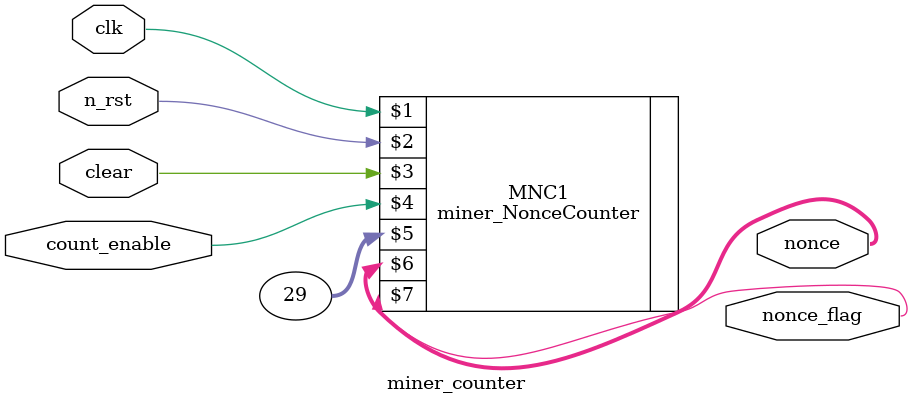
<source format=sv>
module miner_counter
#(
  parameter CORES = 1
)
(
  input wire clk,
  input wire n_rst,
  input wire clear,
  input wire count_enable,
  output reg [31:0]nonce,
  output reg nonce_flag
);
miner_NonceCounter #(CORES,32) MNC1(clk, n_rst, clear, count_enable, 2^32 - CORES, nonce, nonce_flag);

endmodule
</source>
